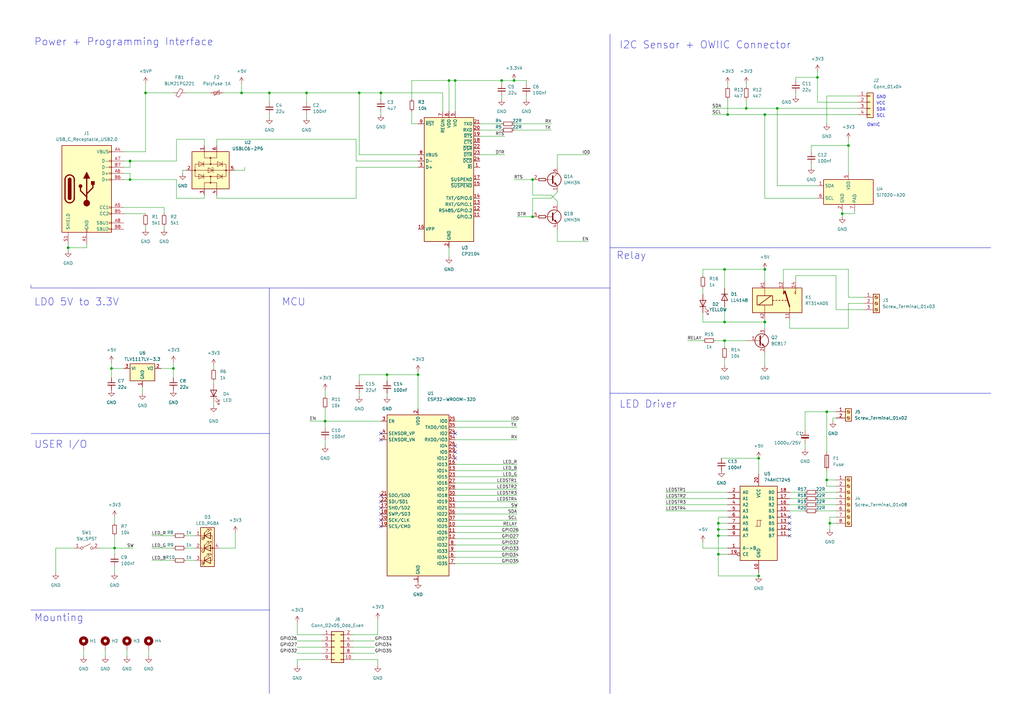
<source format=kicad_sch>
(kicad_sch (version 20230121) (generator eeschema)
  (paper "A3")
  (title_block (title "esp32 iot board") (date "2023-12-14") (rev "1.0") (company "By Nikolaj Gliese"))
  (junction (at 313.69 132.08))
  (junction (at 110.49 38.1))
  (junction (at 99.06 38.1))
  (junction (at 125.73 38.1))
  (junction (at 205.74 33.02))
  (junction (at 313.69 46.99))
  (junction (at 313.69 110.49))
  (junction (at 306.07 44.45))
  (junction (at 340.36 214.63))
  (junction (at 339.09 196.85))
  (junction (at 45.72 151.13))
  (junction (at 186.69 33.02))
  (junction (at 158.75 153.67))
  (junction (at 311.15 236.22))
  (junction (at 53.34 66.04))
  (junction (at 133.35 172.72))
  (junction (at 297.18 110.49))
  (junction (at 298.45 46.99))
  (junction (at 335.28 31.75))
  (junction (at 297.18 139.7))
  (junction (at 147.32 38.1))
  (junction (at 294.64 227.33))
  (junction (at 297.18 132.08))
  (junction (at 339.09 168.91))
  (junction (at 318.77 44.45))
  (junction (at 156.21 38.1))
  (junction (at 294.64 214.63))
  (junction (at 171.45 153.67))
  (junction (at 27.94 101.6))
  (junction (at 184.15 33.02))
  (junction (at 71.12 151.13))
  (junction (at 311.15 187.96))
  (junction (at 59.69 38.1))
  (junction (at 53.34 73.66))
  (junction (at 46.99 224.79))
  (junction (at 347.98 59.69))
  (junction (at 294.64 217.17))
  (junction (at 345.44 87.63))
  (junction (at 218.44 73.66))
  (junction (at 210.82 33.02))
  (junction (at 294.64 219.71))
  (junction (at 218.44 88.9))
  (no_connect (at 186.69 187.96))
  (no_connect (at 323.85 214.63))
  (no_connect (at 186.69 177.8))
  (no_connect (at 186.69 182.88))
  (no_connect (at 323.85 219.71))
  (no_connect (at 156.21 208.28))
  (no_connect (at 156.21 215.9))
  (no_connect (at 156.21 210.82))
  (no_connect (at 323.85 212.09))
  (no_connect (at 156.21 180.34))
  (no_connect (at 156.21 213.36))
  (no_connect (at 186.69 185.42))
  (no_connect (at 156.21 203.2))
  (no_connect (at 156.21 177.8))
  (no_connect (at 323.85 217.17))
  (no_connect (at 156.21 205.74))
  (polyline (pts (xy 110.49 177.8) (xy 110.49 284.48)))
  (wire (pts (xy 184.15 101.6) (xy 184.15 105.41)))
  (wire (pts (xy 125.73 38.1) (xy 147.32 38.1)))
  (wire (pts (xy 205.74 33.02) (xy 186.69 33.02)))
  (wire (pts (xy 321.31 115.57) (xy 321.31 110.49)))
  (wire (pts (xy 132.08 270.51) (xy 121.92 270.51)))
  (wire (pts (xy 210.82 50.8) (xy 226.06 50.8)))
  (wire (pts (xy 306.07 44.45) (xy 318.77 44.45)))
  (wire (pts (xy 67.31 92.71) (xy 67.31 93.98)))
  (wire (pts (xy 110.49 46.99) (xy 110.49 48.26)))
  (wire (pts (xy 186.69 210.82) (xy 212.09 210.82)))
  (wire (pts (xy 59.69 34.29) (xy 59.69 38.1)))
  (wire (pts (xy 342.9 212.09) (xy 340.36 212.09)))
  (wire (pts (xy 298.45 219.71) (xy 294.64 219.71)))
  (wire (pts (xy 87.63 157.48) (xy 87.63 156.21)))
  (wire (pts (xy 205.74 33.02) (xy 210.82 33.02)))
  (polyline (pts (xy 12.7 177.8) (xy 110.49 177.8)))
  (wire (pts (xy 133.35 160.02) (xy 133.35 162.56)))
  (wire (pts (xy 297.18 125.73) (xy 297.18 132.08)))
  (wire (pts (xy 62.23 224.79) (xy 71.12 224.79)))
  (wire (pts (xy 311.15 187.96) (xy 311.15 194.31)))
  (wire (pts (xy 171.45 152.4) (xy 171.45 153.67)))
  (wire (pts (xy 196.85 63.5) (xy 207.01 63.5)))
  (wire (pts (xy 27.94 100.33) (xy 27.94 101.6)))
  (wire (pts (xy 110.49 38.1) (xy 125.73 38.1)))
  (wire (pts (xy 212.09 198.12) (xy 186.69 198.12)))
  (wire (pts (xy 339.09 39.37) (xy 339.09 50.8)))
  (wire (pts (xy 228.6 93.98) (xy 228.6 99.06)))
  (wire (pts (xy 72.39 57.15) (xy 83.82 57.15)))
  (wire (pts (xy 99.06 34.29) (xy 99.06 38.1)))
  (wire (pts (xy 298.45 40.64) (xy 298.45 46.99)))
  (wire (pts (xy 133.35 172.72) (xy 133.35 175.26)))
  (wire (pts (xy 335.28 204.47) (xy 342.9 204.47)))
  (wire (pts (xy 298.45 227.33) (xy 294.64 227.33)))
  (wire (pts (xy 342.9 127) (xy 354.33 127)))
  (wire (pts (xy 332.74 59.69) (xy 347.98 59.69)))
  (wire (pts (xy 45.72 148.59) (xy 45.72 151.13)))
  (wire (pts (xy 298.45 217.17) (xy 294.64 217.17)))
  (wire (pts (xy 210.82 73.66) (xy 218.44 73.66)))
  (wire (pts (xy 71.12 151.13) (xy 71.12 154.94)))
  (wire (pts (xy 330.2 181.61) (xy 330.2 184.15)))
  (wire (pts (xy 50.8 62.23) (xy 59.69 62.23)))
  (wire (pts (xy 110.49 38.1) (xy 110.49 41.91)))
  (wire (pts (xy 186.69 180.34) (xy 212.09 180.34)))
  (wire (pts (xy 196.85 55.88) (xy 207.01 55.88)))
  (wire (pts (xy 72.39 81.28) (xy 83.82 81.28)))
  (wire (pts (xy 186.69 175.26) (xy 212.09 175.26)))
  (wire (pts (xy 132.08 260.35) (xy 121.92 260.35)))
  (wire (pts (xy 59.69 38.1) (xy 59.69 62.23)))
  (wire (pts (xy 154.94 254) (xy 154.94 260.35)))
  (wire (pts (xy 297.18 110.49) (xy 313.69 110.49)))
  (wire (pts (xy 196.85 53.34) (xy 205.74 53.34)))
  (wire (pts (xy 88.9 57.15) (xy 146.05 57.15)))
  (wire (pts (xy 88.9 59.69) (xy 88.9 57.15)))
  (wire (pts (xy 326.39 115.57) (xy 326.39 113.03)))
  (wire (pts (xy 156.21 45.72) (xy 156.21 46.99)))
  (wire (pts (xy 158.75 161.29) (xy 158.75 162.56)))
  (wire (pts (xy 132.08 262.89) (xy 121.92 262.89)))
  (wire (pts (xy 35.56 100.33) (xy 35.56 101.6)))
  (wire (pts (xy 347.98 121.92) (xy 354.33 121.92)))
  (wire (pts (xy 146.05 68.58) (xy 171.45 68.58)))
  (wire (pts (xy 323.85 207.01) (xy 330.2 207.01)))
  (wire (pts (xy 46.99 219.71) (xy 46.99 224.79)))
  (wire (pts (xy 218.44 73.66) (xy 218.44 80.01)))
  (wire (pts (xy 318.77 44.45) (xy 351.79 44.45)))
  (wire (pts (xy 147.32 161.29) (xy 147.32 162.56)))
  (wire (pts (xy 96.52 69.85) (xy 100.33 69.85)))
  (wire (pts (xy 292.1 46.99) (xy 298.45 46.99)))
  (wire (pts (xy 147.32 38.1) (xy 147.32 63.5)))
  (wire (pts (xy 71.12 148.59) (xy 71.12 151.13)))
  (wire (pts (xy 171.45 63.5) (xy 147.32 63.5)))
  (wire (pts (xy 186.69 228.6) (xy 212.09 228.6)))
  (wire (pts (xy 133.35 180.34) (xy 133.35 182.88)))
  (wire (pts (xy 127 172.72) (xy 133.35 172.72)))
  (wire (pts (xy 281.94 139.7) (xy 288.29 139.7)))
  (wire (pts (xy 144.78 270.51) (xy 154.94 270.51)))
  (polyline (pts (xy 250.19 118.11) (xy 12.7 118.11)))
  (wire (pts (xy 215.9 33.02) (xy 215.9 34.29)))
  (wire (pts (xy 326.39 31.75) (xy 335.28 31.75)))
  (wire (pts (xy 228.6 78.74) (xy 226.06 81.28)))
  (polyline (pts (xy 12.7 116.84) (xy 12.7 118.11)))
  (wire (pts (xy 228.6 68.58) (xy 228.6 63.5)))
  (wire (pts (xy 62.23 229.87) (xy 71.12 229.87)))
  (wire (pts (xy 228.6 99.06) (xy 241.3 99.06)))
  (wire (pts (xy 288.29 118.11) (xy 288.29 120.65)))
  (wire (pts (xy 318.77 76.2) (xy 318.77 44.45)))
  (wire (pts (xy 330.2 176.53) (xy 330.2 168.91)))
  (wire (pts (xy 311.15 236.22) (xy 311.15 234.95)))
  (wire (pts (xy 186.69 226.06) (xy 212.09 226.06)))
  (wire (pts (xy 53.34 66.04) (xy 72.39 66.04)))
  (wire (pts (xy 184.15 33.02) (xy 186.69 33.02)))
  (wire (pts (xy 156.21 38.1) (xy 156.21 40.64)))
  (wire (pts (xy 298.45 224.79) (xy 288.29 224.79)))
  (wire (pts (xy 22.86 224.79) (xy 22.86 234.95)))
  (wire (pts (xy 335.28 76.2) (xy 318.77 76.2)))
  (wire (pts (xy 50.8 73.66) (xy 53.34 73.66)))
  (wire (pts (xy 96.52 218.44) (xy 96.52 224.79)))
  (wire (pts (xy 288.29 110.49) (xy 297.18 110.49)))
  (wire (pts (xy 146.05 66.04) (xy 171.45 66.04)))
  (wire (pts (xy 186.69 231.14) (xy 212.09 231.14)))
  (wire (pts (xy 91.44 38.1) (xy 99.06 38.1)))
  (wire (pts (xy 186.69 190.5) (xy 212.09 190.5)))
  (wire (pts (xy 212.09 200.66) (xy 186.69 200.66)))
  (wire (pts (xy 100.33 68.58) (xy 100.33 69.85)))
  (wire (pts (xy 342.9 113.03) (xy 342.9 127)))
  (wire (pts (xy 50.8 151.13) (xy 45.72 151.13)))
  (wire (pts (xy 76.2 69.85) (xy 74.93 69.85)))
  (wire (pts (xy 347.98 59.69) (xy 347.98 71.12)))
  (wire (pts (xy 293.37 139.7) (xy 297.18 139.7)))
  (wire (pts (xy 288.29 132.08) (xy 297.18 132.08)))
  (wire (pts (xy 294.64 236.22) (xy 311.15 236.22)))
  (wire (pts (xy 46.99 224.79) (xy 54.61 224.79)))
  (wire (pts (xy 335.28 81.28) (xy 313.69 81.28)))
  (wire (pts (xy 88.9 80.01) (xy 88.9 81.28)))
  (wire (pts (xy 133.35 167.64) (xy 133.35 172.72)))
  (wire (pts (xy 306.07 40.64) (xy 306.07 44.45)))
  (wire (pts (xy 181.61 45.72) (xy 181.61 38.1)))
  (wire (pts (xy 292.1 44.45) (xy 306.07 44.45)))
  (wire (pts (xy 60.96 266.7) (xy 60.96 269.24)))
  (wire (pts (xy 210.82 33.02) (xy 215.9 33.02)))
  (wire (pts (xy 313.69 110.49) (xy 313.69 115.57)))
  (wire (pts (xy 147.32 153.67) (xy 158.75 153.67)))
  (wire (pts (xy 294.64 212.09) (xy 294.64 214.63)))
  (wire (pts (xy 196.85 50.8) (xy 205.74 50.8)))
  (wire (pts (xy 294.64 219.71) (xy 294.64 227.33)))
  (wire (pts (xy 297.18 110.49) (xy 297.18 118.11)))
  (wire (pts (xy 53.34 73.66) (xy 53.34 71.12)))
  (wire (pts (xy 43.18 266.7) (xy 43.18 269.24)))
  (wire (pts (xy 210.82 53.34) (xy 226.06 53.34)))
  (wire (pts (xy 76.2 224.79) (xy 80.01 224.79)))
  (wire (pts (xy 132.08 265.43) (xy 121.92 265.43)))
  (wire (pts (xy 273.05 201.93) (xy 298.45 201.93)))
  (wire (pts (xy 186.69 193.04) (xy 212.09 193.04)))
  (wire (pts (xy 144.78 267.97) (xy 153.67 267.97)))
  (wire (pts (xy 218.44 80.01) (xy 226.06 80.01)))
  (wire (pts (xy 273.05 204.47) (xy 298.45 204.47)))
  (wire (pts (xy 144.78 265.43) (xy 153.67 265.43)))
  (wire (pts (xy 83.82 57.15) (xy 83.82 59.69)))
  (wire (pts (xy 45.72 151.13) (xy 45.72 154.94)))
  (wire (pts (xy 341.63 171.45) (xy 341.63 172.72)))
  (wire (pts (xy 27.94 101.6) (xy 27.94 102.87)))
  (wire (pts (xy 339.09 196.85) (xy 339.09 193.04)))
  (wire (pts (xy 228.6 63.5) (xy 241.3 63.5)))
  (wire (pts (xy 125.73 38.1) (xy 125.73 41.91)))
  (polyline (pts (xy 250.19 101.6) (xy 406.4 101.6)))
  (wire (pts (xy 339.09 168.91) (xy 339.09 185.42)))
  (wire (pts (xy 342.9 199.39) (xy 339.09 199.39)))
  (wire (pts (xy 332.74 67.31) (xy 332.74 68.58)))
  (wire (pts (xy 351.79 41.91) (xy 335.28 41.91)))
  (wire (pts (xy 50.8 87.63) (xy 59.69 87.63)))
  (wire (pts (xy 146.05 81.28) (xy 146.05 68.58)))
  (wire (pts (xy 323.85 130.81) (xy 323.85 134.62)))
  (wire (pts (xy 144.78 260.35) (xy 154.94 260.35)))
  (wire (pts (xy 294.64 217.17) (xy 294.64 219.71)))
  (wire (pts (xy 323.85 204.47) (xy 330.2 204.47)))
  (wire (pts (xy 306.07 34.29) (xy 306.07 35.56)))
  (wire (pts (xy 297.18 139.7) (xy 306.07 139.7)))
  (wire (pts (xy 184.15 33.02) (xy 184.15 45.72)))
  (wire (pts (xy 205.74 33.02) (xy 205.74 34.29)))
  (wire (pts (xy 146.05 57.15) (xy 146.05 66.04)))
  (wire (pts (xy 186.69 220.98) (xy 212.09 220.98)))
  (wire (pts (xy 350.52 86.36) (xy 350.52 87.63)))
  (wire (pts (xy 294.64 214.63) (xy 294.64 217.17)))
  (wire (pts (xy 156.21 38.1) (xy 181.61 38.1)))
  (wire (pts (xy 74.93 69.85) (xy 74.93 71.12)))
  (wire (pts (xy 147.32 156.21) (xy 147.32 153.67)))
  (wire (pts (xy 347.98 124.46) (xy 354.33 124.46)))
  (wire (pts (xy 294.64 227.33) (xy 294.64 236.22)))
  (wire (pts (xy 76.2 38.1) (xy 86.36 38.1)))
  (wire (pts (xy 121.92 255.27) (xy 121.92 260.35)))
  (wire (pts (xy 90.17 224.79) (xy 96.52 224.79)))
  (wire (pts (xy 228.6 82.55) (xy 228.6 83.82)))
  (wire (pts (xy 340.36 214.63) (xy 342.9 214.63)))
  (polyline (pts (xy 12.7 250.19) (xy 110.49 250.19)))
  (wire (pts (xy 72.39 66.04) (xy 72.39 57.15)))
  (polyline (pts (xy 250.19 118.11) (xy 250.19 284.48)))
  (wire (pts (xy 186.69 33.02) (xy 186.69 45.72)))
  (wire (pts (xy 186.69 213.36) (xy 212.09 213.36)))
  (polyline (pts (xy 110.49 118.11) (xy 110.49 177.8)))
  (wire (pts (xy 218.44 81.28) (xy 218.44 88.9)))
  (wire (pts (xy 87.63 149.86) (xy 87.63 151.13)))
  (wire (pts (xy 154.94 270.51) (xy 154.94 273.05)))
  (wire (pts (xy 212.09 203.2) (xy 186.69 203.2)))
  (wire (pts (xy 313.69 130.81) (xy 313.69 132.08)))
  (wire (pts (xy 335.28 201.93) (xy 342.9 201.93)))
  (wire (pts (xy 215.9 39.37) (xy 215.9 40.64)))
  (wire (pts (xy 288.29 224.79) (xy 288.29 222.25)))
  (wire (pts (xy 186.69 172.72) (xy 212.09 172.72)))
  (wire (pts (xy 186.69 195.58) (xy 212.09 195.58)))
  (wire (pts (xy 66.04 151.13) (xy 71.12 151.13)))
  (wire (pts (xy 72.39 73.66) (xy 72.39 81.28)))
  (wire (pts (xy 335.28 209.55) (xy 342.9 209.55)))
  (polyline (pts (xy 250.19 161.29) (xy 406.4 161.29)))
  (wire (pts (xy 186.69 208.28) (xy 212.09 208.28)))
  (wire (pts (xy 313.69 46.99) (xy 351.79 46.99)))
  (wire (pts (xy 121.92 270.51) (xy 121.92 273.05)))
  (wire (pts (xy 342.9 168.91) (xy 339.09 168.91)))
  (wire (pts (xy 27.94 101.6) (xy 35.56 101.6)))
  (wire (pts (xy 88.9 81.28) (xy 146.05 81.28)))
  (wire (pts (xy 340.36 212.09) (xy 340.36 214.63)))
  (wire (pts (xy 30.48 224.79) (xy 22.86 224.79)))
  (wire (pts (xy 321.31 110.49) (xy 347.98 110.49)))
  (wire (pts (xy 53.34 71.12) (xy 50.8 71.12)))
  (wire (pts (xy 226.06 80.01) (xy 228.6 82.55)))
  (wire (pts (xy 53.34 66.04) (xy 50.8 66.04)))
  (wire (pts (xy 53.34 68.58) (xy 53.34 66.04)))
  (wire (pts (xy 323.85 201.93) (xy 330.2 201.93)))
  (wire (pts (xy 313.69 81.28) (xy 313.69 46.99)))
  (wire (pts (xy 335.28 207.01) (xy 342.9 207.01)))
  (wire (pts (xy 288.29 128.27) (xy 288.29 132.08)))
  (wire (pts (xy 330.2 168.91) (xy 339.09 168.91)))
  (wire (pts (xy 186.69 215.9) (xy 212.09 215.9)))
  (wire (pts (xy 62.23 219.71) (xy 71.12 219.71)))
  (wire (pts (xy 132.08 267.97) (xy 121.92 267.97)))
  (wire (pts (xy 168.91 45.72) (xy 168.91 50.8)))
  (wire (pts (xy 297.18 147.32) (xy 297.18 149.86)))
  (wire (pts (xy 59.69 92.71) (xy 59.69 93.98)))
  (wire (pts (xy 76.2 229.87) (xy 80.01 229.87)))
  (wire (pts (xy 34.29 266.7) (xy 34.29 269.24)))
  (wire (pts (xy 347.98 134.62) (xy 347.98 124.46)))
  (wire (pts (xy 58.42 158.75) (xy 58.42 161.29)))
  (wire (pts (xy 52.07 266.7) (xy 52.07 269.24)))
  (wire (pts (xy 50.8 85.09) (xy 67.31 85.09)))
  (polyline (pts (xy 250.19 13.97) (xy 250.19 118.11)))
  (wire (pts (xy 99.06 38.1) (xy 110.49 38.1)))
  (wire (pts (xy 350.52 87.63) (xy 345.44 87.63)))
  (wire (pts (xy 298.45 212.09) (xy 294.64 212.09)))
  (wire (pts (xy 46.99 232.41) (xy 46.99 234.95)))
  (wire (pts (xy 347.98 110.49) (xy 347.98 121.92)))
  (wire (pts (xy 326.39 113.03) (xy 342.9 113.03)))
  (wire (pts (xy 335.28 31.75) (xy 335.28 41.91)))
  (wire (pts (xy 335.28 29.21) (xy 335.28 31.75)))
  (wire (pts (xy 326.39 38.1) (xy 326.39 39.37)))
  (wire (pts (xy 339.09 199.39) (xy 339.09 196.85)))
  (wire (pts (xy 83.82 81.28) (xy 83.82 80.01)))
  (wire (pts (xy 144.78 262.89) (xy 153.67 262.89)))
  (wire (pts (xy 340.36 214.63) (xy 340.36 217.17)))
  (wire (pts (xy 313.69 144.78) (xy 313.69 149.86)))
  (wire (pts (xy 133.35 172.72) (xy 156.21 172.72)))
  (wire (pts (xy 313.69 132.08) (xy 313.69 134.62)))
  (wire (pts (xy 342.9 196.85) (xy 339.09 196.85)))
  (wire (pts (xy 345.44 86.36) (xy 345.44 87.63)))
  (wire (pts (xy 46.99 224.79) (xy 46.99 227.33)))
  (wire (pts (xy 297.18 139.7) (xy 297.18 142.24)))
  (wire (pts (xy 332.74 62.23) (xy 332.74 59.69)))
  (wire (pts (xy 59.69 38.1) (xy 71.12 38.1)))
  (wire (pts (xy 298.45 214.63) (xy 294.64 214.63)))
  (wire (pts (xy 288.29 110.49) (xy 288.29 113.03)))
  (wire (pts (xy 50.8 68.58) (xy 53.34 68.58)))
  (wire (pts (xy 147.32 38.1) (xy 156.21 38.1)))
  (wire (pts (xy 323.85 209.55) (xy 330.2 209.55)))
  (wire (pts (xy 298.45 34.29) (xy 298.45 35.56)))
  (wire (pts (xy 53.34 73.66) (xy 72.39 73.66)))
  (wire (pts (xy 297.18 132.08) (xy 313.69 132.08)))
  (wire (pts (xy 168.91 33.02) (xy 184.15 33.02)))
  (wire (pts (xy 205.74 39.37) (xy 205.74 40.64)))
  (wire (pts (xy 273.05 209.55) (xy 298.45 209.55)))
  (wire (pts (xy 218.44 81.28) (xy 226.06 81.28)))
  (wire (pts (xy 212.09 205.74) (xy 186.69 205.74)))
  (wire (pts (xy 323.85 134.62) (xy 347.98 134.62)))
  (wire (pts (xy 186.69 218.44) (xy 212.09 218.44)))
  (wire (pts (xy 295.91 187.96) (xy 311.15 187.96)))
  (wire (pts (xy 326.39 33.02) (xy 326.39 31.75)))
  (wire (pts (xy 87.63 165.1) (xy 87.63 166.37)))
  (wire (pts (xy 171.45 153.67) (xy 171.45 167.64)))
  (wire (pts (xy 345.44 87.63) (xy 345.44 88.9)))
  (wire (pts (xy 158.75 153.67) (xy 158.75 156.21)))
  (wire (pts (xy 273.05 207.01) (xy 298.45 207.01)))
  (wire (pts (xy 347.98 57.15) (xy 347.98 59.69)))
  (wire (pts (xy 168.91 50.8) (xy 171.45 50.8)))
  (wire (pts (xy 212.09 88.9) (xy 218.44 88.9)))
  (wire (pts (xy 158.75 153.67) (xy 171.45 153.67)))
  (wire (pts (xy 168.91 40.64) (xy 168.91 33.02)))
  (wire (pts (xy 46.99 212.09) (xy 46.99 214.63)))
  (wire (pts (xy 339.09 39.37) (xy 351.79 39.37)))
  (wire (pts (xy 125.73 46.99) (xy 125.73 48.26)))
  (wire (pts (xy 67.31 85.09) (xy 67.31 87.63)))
  (wire (pts (xy 76.2 219.71) (xy 80.01 219.71)))
  (wire (pts (xy 186.69 223.52) (xy 212.09 223.52)))
  (wire (pts (xy 40.64 224.79) (xy 46.99 224.79)))
  (wire (pts (xy 298.45 46.99) (xy 313.69 46.99)))
  (wire (pts (xy 342.9 171.45) (xy 341.63 171.45)))
  (text "Mounting" (at 13.97 255.27 0) (effects (font (size 3 3)) (justify left bottom)))
  (text "GND" (at 359.41 40.64 0) (effects (font (size 1.27 1.27)) (justify left bottom)))
  (text "LD0 5V to 3.3V" (at 13.97 125.73 0) (effects (font (size 3 3)) (justify left bottom)))
  (text "VCC" (at 359.41 43.18 0) (effects (font (size 1.27 1.27)) (justify left bottom)))
  (text "OWIIC" (at 355.6 52.07 0) (effects (font (size 1.27 1.27)) (justify left bottom)))
  (text "Relay" (at 252.73 106.68 0) (effects (font (size 3 3)) (justify left bottom)))
  (text "Power + Programming Interface" (at 13.97 19.05 0) (effects (font (size 3 3)) (justify left bottom)))
  (text "I2C Sensor + OWIIC Connector" (at 254 20.32 0) (effects (font (size 3 3)) (justify left bottom)))
  (text "SCL" (at 359.41 48.26 0) (effects (font (size 1.27 1.27)) (justify left bottom)))
  (text "SDA" (at 359.41 45.72 0) (effects (font (size 1.27 1.27)) (justify left bottom)))
  (text "MCU" (at 115.57 125.73 0) (effects (font (size 3 3)) (justify left bottom)))
  (text "USER I/O" (at 13.97 184.15 0) (effects (font (size 3 3)) (justify left bottom)))
  (text "LED Driver" (at 254 167.64 0) (effects (font (size 3 3)) (justify left bottom)))
  (label "RTS" (at 210.82 73.66 0))
  (label "LEDSTR2" (at 212.09 200.66 180))
  (label "LEDSTR2" (at 273.05 204.47 0))
  (label "LEDSTR4" (at 212.09 205.74 180))
  (label "RELAY" (at 281.94 139.7 0))
  (label "SW" (at 209.55 208.28 0))
  (label "GPIO32" (at 121.92 267.97 180))
  (label "LED_G" (at 212.09 195.58 180))
  (label "GPIO34" (at 153.67 265.43 0))
  (label "LED_R" (at 212.09 190.5 180))
  (label "GPIO32" (at 205.74 223.52 0))
  (label "DTR" (at 203.2 63.5 0))
  (label "LED_B" (at 212.09 193.04 180))
  (label "RX" (at 209.55 180.34 0))
  (label "RX" (at 223.52 50.8 0))
  (label "TX" (at 209.55 175.26 0))
  (label "GPIO27" (at 121.92 265.43 180))
  (label "LED_G" (at 62.23 224.79 0))
  (label "DTR" (at 212.09 88.9 0))
  (label "LED_R" (at 62.23 219.71 0))
  (label "EN" (at 127 172.72 0))
  (label "TX" (at 223.52 53.34 0))
  (label "GPIO35" (at 153.67 267.97 0))
  (label "GPIO26" (at 121.92 262.89 180))
  (label "GPIO26" (at 205.74 218.44 0))
  (label "SCL" (at 212.09 213.36 180))
  (label "IO0" (at 209.55 172.72 0))
  (label "EN" (at 238.76 99.06 0))
  (label "GPIO33" (at 153.67 262.89 0))
  (label "GPIO27" (at 205.74 220.98 0))
  (label "LEDSTR1" (at 212.09 198.12 180))
  (label "SDA" (at 212.09 210.82 180))
  (label "GPIO35" (at 205.74 231.14 0))
  (label "LED_B" (at 62.23 229.87 0))
  (label "LEDSTR1" (at 273.05 201.93 0))
  (label "SCL" (at 292.1 46.99 0))
  (label "SDA" (at 292.1 44.45 0))
  (label "SW" (at 52.07 224.79 0))
  (label "RTS" (at 203.2 55.88 0))
  (label "GPIO34" (at 205.74 228.6 0))
  (label "LEDSTR4" (at 273.05 209.55 0))
  (label "IO0" (at 238.76 63.5 0))
  (label "RELAY" (at 212.09 215.9 180))
  (label "LEDSTR3" (at 273.05 207.01 0))
  (label "LEDSTR3" (at 212.09 203.2 180))
  (label "GPIO33" (at 205.74 226.06 0))
  (symbol (lib_id "Device:C_Small") (at 295.91 190.5 0) (unit 1)
    (property "Reference" "C13" (at 298.45 189.2363 0) (effects (justify left)))
    (property "Value" "100nf" (at 298.45 191.7763 0) (effects (justify left)))
    (property "Footprint" "Capacitor_SMD:C_1206_3216Metric" (effects hide))
  )
  (symbol (lib_id "Device:C_Small") (at 125.73 44.45 0) (unit 1)
    (property "Reference" "C2" (at 128.27 43.1863 0) (effects (justify left)))
    (property "Value" "100nf" (at 128.27 45.7263 0) (effects (justify left)))
    (property "Footprint" "Capacitor_SMD:C_1206_3216Metric" (effects hide))
  )
  (symbol (lib_id "power:+3V3") (at 133.35 160.02 0) (unit 1)
    (property "Reference" "#PWR030" (effects hide))
    (property "Value" "+3V3" (at 133.35 154.94 0))
  )
  (symbol (lib_id "Device:C_Small") (at 205.74 36.83 0) (unit 1)
    (property "Reference" "C5" (at 208.28 35.5663 0) (effects (justify left)))
    (property "Value" "22u" (at 208.28 38.1063 0) (effects (justify left)))
    (property "Footprint" "Capacitor_SMD:C_1206_3216Metric" (effects hide))
  )
  (symbol (lib_id "power:GND") (at 341.63 172.72 0) (unit 1)
    (property "Reference" "#PWR047" (effects hide))
    (property "Value" "GND" (at 341.63 177.8 0))
  )
  (symbol (lib_id "power:GND") (at 121.92 273.05 0) (unit 1)
    (property "Reference" "#PWR055" (effects hide))
    (property "Value" "GND" (at 121.92 278.13 0))
  )
  (symbol (lib_id "power:GND") (at 71.12 160.02 0) (unit 1)
    (property "Reference" "#PWR015" (effects hide))
    (property "Value" "GND" (at 71.12 165.1 0))
  )
  (symbol (lib_id "Device:R_Small") (at 208.28 53.34 90) (unit 1)
    (property "Reference" "R5" (at 204.47 52.07 90))
    (property "Value" "22R" (at 212.09 52.07 90))
    (property "Footprint" "Resistor_SMD:R_1206_3216Metric" (effects hide))
  )
  (symbol (lib_id "power:GND") (at 345.44 88.9 0) (unit 1)
    (property "Reference" "#PWR036" (effects hide))
    (property "Value" "GND" (at 345.44 93.98 0))
  )
  (symbol (lib_id "power:GND") (at 27.94 102.87 0) (unit 1)
    (property "Reference" "#PWR01" (effects hide))
    (property "Value" "GND" (at 27.94 107.95 0))
  )
  (symbol (lib_id "Connector_Generic:Conn_01x04") (at 356.87 41.91 0) (unit 1)
    (property "Reference" "J2" (at 358.14 33.02 0) (effects (justify left)))
    (property "Value" "Conn_01x04" (at 358.14 35.56 0) (effects (justify left)))
    (property "Footprint" "Connector_JST:JST_SH_SM04B-SRSS-TB_1x04-1MP_P1.00mm_Horizontal" (effects hide))
  )
  (symbol (lib_id "Transistor_BJT:UMH3N") (at 223.52 73.66 0) (unit 1)
    (property "Reference" "Q1" (at 231.14 72.39 0) (effects (justify left)))
    (property "Value" "UMH3N" (at 231.14 74.93 0) (effects (justify left)))
    (property "Footprint" "Package_TO_SOT_SMD:SOT-363_SC-70-6" (effects hide))
    (property "Datasheet" "http://rohmfs.rohm.com/en/products/databook/datasheet/discrete/transistor/digital/emh3t2r-e.pdf" (effects hide))
  )
  (symbol (lib_id "Device:C_Small") (at 110.49 44.45 0) (unit 1)
    (property "Reference" "C4" (at 113.03 43.1863 0) (effects (justify left)))
    (property "Value" "22u" (at 113.03 45.7263 0) (effects (justify left)))
    (property "Footprint" "Capacitor_SMD:C_1206_3216Metric" (effects hide))
  )
  (symbol (lib_id "power:+3V3") (at 46.99 212.09 0) (unit 1)
    (property "Reference" "#PWR023" (effects hide))
    (property "Value" "+3V3" (at 46.99 207.01 0))
  )
  (symbol (lib_id "power:GND") (at 171.45 238.76 0) (unit 1)
    (property "Reference" "#PWR052" (effects hide))
    (property "Value" "GND" (at 171.45 243.84 0))
  )
  (symbol (lib_id "Device:C_Small") (at 71.12 157.48 0) (unit 1)
    (property "Reference" "C8" (at 73.66 156.2163 0) (effects (justify left)))
    (property "Value" "22u" (at 73.66 158.7563 0) (effects (justify left)))
    (property "Footprint" "Capacitor_SMD:C_1206_3216Metric" (effects hide))
  )
  (symbol (lib_id "power:GND") (at 125.73 48.26 0) (unit 1)
    (property "Reference" "#PWR08" (effects hide))
    (property "Value" "GND" (at 125.73 53.34 0))
  )
  (symbol (lib_id "Diode:LL4148") (at 297.18 121.92 270) (unit 1)
    (property "Reference" "D1" (at 299.72 120.65 90) (effects (justify left)))
    (property "Value" "LL4148" (at 299.72 123.19 90) (effects (justify left)))
    (property "Footprint" "Diode_SMD:D_MiniMELF" (effects hide))
    (property "Datasheet" "http://www.vishay.com/docs/85557/ll4148.pdf" (effects hide))
    (property "Sim.Device" "D" (effects hide))
    (property "Sim.Pins" "1=K 2=A" (effects hide))
  )
  (symbol (lib_id "Device:Fuse") (at 339.09 189.23 0) (unit 1)
    (property "Reference" "F1" (at 341.63 187.96 0) (effects (justify left)))
    (property "Value" "Fuse" (at 341.63 190.5 0) (effects (justify left)))
    (property "Footprint" "Fuse:Fuse_1206_3216Metric_Pad1.42x1.75mm_HandSolder" (effects hide))
  )
  (symbol (lib_id "power:+5V") (at 99.06 34.29 0) (unit 1)
    (property "Reference" "#PWR06" (effects hide))
    (property "Value" "+5V" (at 99.06 29.21 0))
  )
  (symbol (lib_id "Device:R_Small") (at 133.35 165.1 0) (unit 1)
    (property "Reference" "R11" (at 135.89 163.83 0) (effects (justify left)))
    (property "Value" "10k" (at 135.89 166.37 0) (effects (justify left)))
    (property "Footprint" "Resistor_SMD:R_1206_3216Metric" (effects hide))
  )
  (symbol (lib_id "Device:R_Small") (at 332.74 201.93 90) (unit 1)
    (property "Reference" "R17" (at 328.93 200.66 90))
    (property "Value" "22R" (at 336.55 200.66 90))
    (property "Footprint" "Resistor_SMD:R_1206_3216Metric" (effects hide))
  )
  (symbol (lib_id "Device:FerriteBead_Small") (at 73.66 38.1 90) (unit 1)
    (property "Reference" "FB1" (at 73.6219 31.75 90))
    (property "Value" "BLM21PG221" (at 73.6219 34.29 90))
    (property "Footprint" "Inductor_SMD:L_0603_1608Metric_Pad1.05x0.95mm_HandSolder" (effects hide))
  )
  (symbol (lib_id "Device:Polyfuse_Small") (at 88.9 38.1 90) (unit 1)
    (property "Reference" "F2" (at 88.9 31.75 90))
    (property "Value" "Polyfuse 1A" (at 88.9 34.29 90))
    (property "Footprint" "Fuse:Fuse_1206_3216Metric_Pad1.42x1.75mm_HandSolder" (effects hide))
  )
  (symbol (lib_id "Device:R_Small") (at 87.63 153.67 0) (unit 1)
    (property "Reference" "R6" (at 90.17 152.4 0) (effects (justify left)))
    (property "Value" "1k" (at 90.17 154.94 0) (effects (justify left)))
    (property "Footprint" "Resistor_SMD:R_1206_3216Metric" (effects hide))
  )
  (symbol (lib_id "Device:R_Small") (at 290.83 139.7 90) (unit 1)
    (property "Reference" "R15" (at 290.83 137.16 90))
    (property "Value" "1k" (at 290.83 142.24 90))
    (property "Footprint" "Resistor_SMD:R_1206_3216Metric" (effects hide))
  )
  (symbol (lib_id "Device:R_Small") (at 73.66 219.71 90) (unit 1)
    (property "Reference" "R8" (at 69.85 218.44 90))
    (property "Value" "1k" (at 77.47 218.44 90))
    (property "Footprint" "Resistor_SMD:R_1206_3216Metric" (effects hide))
  )
  (symbol (lib_id "power:GND") (at 340.36 217.17 0) (unit 1)
    (property "Reference" "#PWR046" (effects hide))
    (property "Value" "GND" (at 340.36 222.25 0))
  )
  (symbol (lib_id "Device:C_Small") (at 158.75 158.75 0) (unit 1)
    (property "Reference" "C14" (at 161.29 157.4863 0) (effects (justify left)))
    (property "Value" "100nf" (at 161.29 160.0263 0) (effects (justify left)))
    (property "Footprint" "Capacitor_SMD:C_1206_3216Metric" (effects hide))
  )
  (symbol (lib_id "power:GND") (at 332.74 68.58 0) (unit 1)
    (property "Reference" "#PWR035" (effects hide))
    (property "Value" "GND" (at 332.74 73.66 0))
  )
  (symbol (lib_id "Mechanical:MountingHole_Pad") (at 60.96 264.16 0) (unit 1)
    (property "Reference" "H4" (at 63.5 262.89 0) (effects (justify left)))
    (property "Value" "MountingHole_Pad" (effects hide))
    (property "Footprint" "MountingHole:MountingHole_3.2mm_M3_Pad_Via" (effects hide))
  )
  (symbol (lib_id "Device:LED") (at 87.63 161.29 90) (unit 1)
    (property "Reference" "D4" (at 91.44 161.6075 90) (effects (justify right)))
    (property "Value" "LED" (at 91.44 164.1475 90) (effects (justify right)))
    (property "Footprint" "LED_SMD:LED_1206_3216Metric" (effects hide))
  )
  (symbol (lib_id "Sensor_Humidity:Si7020-A20") (at 347.98 78.74 0) (unit 1)
    (property "Reference" "U4" (at 359.41 77.47 0) (effects (justify left)))
    (property "Value" "Si7020-A20" (at 359.41 80.01 0) (effects (justify left)))
    (property "Footprint" "Package_DFN_QFN:DFN-6-1EP_3x3mm_P1mm_EP1.5x2.4mm" (effects hide))
    (property "Datasheet" "https://www.silabs.com/documents/public/data-sheets/Si7020-A20.pdf" (effects hide))
  )
  (symbol (lib_id "Device:C_Small") (at 215.9 36.83 0) (unit 1)
    (property "Reference" "C6" (at 218.44 35.5663 0) (effects (justify left)))
    (property "Value" "100nf" (at 218.44 38.1063 0) (effects (justify left)))
    (property "Footprint" "Capacitor_SMD:C_1206_3216Metric" (effects hide))
  )
  (symbol (lib_id "Mechanical:MountingHole_Pad") (at 52.07 264.16 0) (unit 1)
    (property "Reference" "H3" (at 54.61 262.89 0) (effects (justify left)))
    (property "Value" "MountingHole_Pad" (effects hide))
    (property "Footprint" "MountingHole:MountingHole_3.2mm_M3_Pad_Via" (effects hide))
  )
  (symbol (lib_id "Device:R_Small") (at 306.07 38.1 0) (unit 1)
    (property "Reference" "R12" (at 308.61 36.83 0) (effects (justify left)))
    (property "Value" "4k7" (at 308.61 39.37 0) (effects (justify left)))
    (property "Footprint" "Resistor_SMD:R_1206_3216Metric" (effects hide))
  )
  (symbol (lib_id "Device:R_Small") (at 73.66 229.87 90) (unit 1)
    (property "Reference" "R10" (at 69.85 228.6 90))
    (property "Value" "1k" (at 77.47 228.6 90))
    (property "Footprint" "Resistor_SMD:R_1206_3216Metric" (effects hide))
  )
  (symbol (lib_id "Switch:SW_SPST") (at 35.56 224.79 0) (unit 1)
    (property "Reference" "SW1" (at 35.56 218.44 0))
    (property "Value" "SW_SPST" (at 35.56 220.98 0))
    (property "Footprint" "Button_Switch_SMD:SW_Push_1P1T_NO_6x6mm_H9.5mm" (effects hide))
  )
  (symbol (lib_id "power:GND") (at 46.99 234.95 0) (unit 1)
    (property "Reference" "#PWR022" (effects hide))
    (property "Value" "GND" (at 46.99 240.03 0))
  )
  (symbol (lib_id "Device:R_Small") (at 46.99 217.17 0) (unit 1)
    (property "Reference" "R7" (at 49.53 215.9 0) (effects (justify left)))
    (property "Value" "10k" (at 49.53 218.44 0) (effects (justify left)))
    (property "Footprint" "Resistor_SMD:R_1206_3216Metric" (effects hide))
  )
  (symbol (lib_id "power:GND") (at 156.21 46.99 0) (unit 1)
    (property "Reference" "#PWR09" (effects hide))
    (property "Value" "GND" (at 156.21 52.07 0))
  )
  (symbol (lib_id "power:GND") (at 339.09 50.8 0) (unit 1)
    (property "Reference" "#PWR029" (effects hide))
    (property "Value" "GND" (at 339.09 55.88 0))
  )
  (symbol (lib_id "power:+3V3") (at 87.63 149.86 0) (unit 1)
    (property "Reference" "#PWR019" (effects hide))
    (property "Value" "+3V3" (at 87.63 144.78 0))
  )
  (symbol (lib_id "power:+5V") (at 311.15 187.96 0) (unit 1)
    (property "Reference" "#PWR042" (effects hide))
    (property "Value" "+5V" (at 311.15 182.88 0))
  )
  (symbol (lib_id "Device:C_Small") (at 332.74 64.77 0) (unit 1)
    (property "Reference" "C12" (at 335.28 63.5063 0) (effects (justify left)))
    (property "Value" "100nf" (at 335.28 66.0463 0) (effects (justify left)))
    (property "Footprint" "Capacitor_SMD:C_1206_3216Metric" (effects hide))
  )
  (symbol (lib_id "power:GND") (at 326.39 39.37 0) (unit 1)
    (property "Reference" "#PWR033" (effects hide))
    (property "Value" "GND" (at 322.58 41.91 0))
  )
  (symbol (lib_id "power:+3V3") (at 71.12 148.59 0) (unit 1)
    (property "Reference" "#PWR018" (effects hide))
    (property "Value" "+3V3" (at 71.12 143.51 0))
  )
  (symbol (lib_id "Device:C_Polarized_Small") (at 330.2 179.07 0) (unit 1)
    (property "Reference" "C1" (at 326.39 177.8 0) (effects (justify left)))
    (property "Value" "1000u/25V" (at 317.5 181.61 0) (effects (justify left)))
    (property "Footprint" "Capacitor_THT:C_Radial_D10.0mm_H12.5mm_P5.00mm" (effects hide))
  )
  (symbol (lib_id "power:GND") (at 330.2 184.15 0) (unit 1)
    (property "Reference" "#PWR048" (effects hide))
    (property "Value" "GND" (at 330.2 189.23 0))
  )
  (symbol (lib_id "power:GND") (at 147.32 162.56 0) (unit 1)
    (property "Reference" "#PWR051" (effects hide))
    (property "Value" "GND" (at 147.32 167.64 0))
  )
  (symbol (lib_id "power:GND") (at 59.69 93.98 0) (unit 1)
    (property "Reference" "#PWR02" (effects hide))
    (property "Value" "GND" (at 59.69 99.06 0))
  )
  (symbol (lib_id "power:GND") (at 297.18 149.86 0) (unit 1)
    (property "Reference" "#PWR040" (effects hide))
    (property "Value" "GND" (at 297.18 154.94 0))
  )
  (symbol (lib_id "Device:R_Small") (at 67.31 90.17 0) (unit 1)
    (property "Reference" "R2" (at 69.85 88.9 0) (effects (justify left)))
    (property "Value" "5k1" (at 69.85 91.44 0) (effects (justify left)))
    (property "Footprint" "Resistor_SMD:R_1206_3216Metric" (effects hide))
  )
  (symbol (lib_id "power:GND") (at 34.29 269.24 0) (unit 1)
    (property "Reference" "#PWR025" (effects hide))
    (property "Value" "GND" (at 34.29 274.32 0))
  )
  (symbol (lib_id "power:GND") (at 205.74 40.64 0) (unit 1)
    (property "Reference" "#PWR010" (effects hide))
    (property "Value" "GND" (at 205.74 45.72 0))
  )
  (symbol (lib_id "power:GND") (at 184.15 105.41 0) (unit 1)
    (property "Reference" "#PWR013" (effects hide))
    (property "Value" "GND" (at 184.15 110.49 0))
  )
  (symbol (lib_id "power:GND") (at 313.69 149.86 0) (unit 1)
    (property "Reference" "#PWR039" (effects hide))
    (property "Value" "GND" (at 313.69 154.94 0))
  )
  (symbol (lib_id "Device:R_Small") (at 59.69 90.17 0) (unit 1)
    (property "Reference" "R1" (at 62.23 88.9 0) (effects (justify left)))
    (property "Value" "5k1" (at 62.23 91.44 0) (effects (justify left)))
    (property "Footprint" "Resistor_SMD:R_1206_3216Metric" (effects hide))
  )
  (symbol (lib_id "Connector:Screw_Terminal_01x08") (at 347.98 204.47 0) (unit 1)
    (property "Reference" "J4" (at 350.52 204.47 0) (effects (justify left)))
    (property "Value" "Screw_Terminal_01x08" (at 350.52 207.01 0) (effects (justify left)))
    (property "Footprint" "TerminalBlock_Phoenix:TerminalBlock_Phoenix_PT-1,5-8-5.0-H_1x08_P5.00mm_Horizontal" (effects hide))
  )
  (symbol (lib_id "power:+3V3") (at 306.07 34.29 0) (unit 1)
    (property "Reference" "#PWR037" (effects hide))
    (property "Value" "+3V3" (at 306.07 29.21 0))
  )
  (symbol (lib_id "Device:R_Small") (at 298.45 38.1 0) (unit 1)
    (property "Reference" "R13" (at 300.99 36.83 0) (effects (justify left)))
    (property "Value" "4k7" (at 300.99 39.37 0) (effects (justify left)))
    (property "Footprint" "Resistor_SMD:R_1206_3216Metric" (effects hide))
  )
  (symbol (lib_id "Power_Protection:USBLC6-2P6") (at 86.36 69.85 270) (unit 1)
    (property "Reference" "U2" (at 101.6 58.42 90))
    (property "Value" "USBLC6-2P6" (at 101.6 60.96 90))
    (property "Footprint" "Package_TO_SOT_SMD:SOT-666" (effects hide))
    (property "Datasheet" "https://www.st.com/resource/en/datasheet/usblc6-2.pdf" (effects hide))
  )
  (symbol (lib_id "power:+3V3") (at 121.92 255.27 0) (unit 1)
    (property "Reference" "#PWR053" (effects hide))
    (property "Value" "+3V3" (at 121.92 250.19 0))
  )
  (symbol (lib_id "Device:C_Small") (at 147.32 158.75 0) (unit 1)
    (property "Reference" "C15" (at 149.86 157.4863 0) (effects (justify left)))
    (property "Value" "22uf" (at 149.86 160.0263 0) (effects (justify left)))
    (property "Footprint" "Capacitor_SMD:C_1206_3216Metric" (effects hide))
  )
  (symbol (lib_id "power:+3.3VA") (at 210.82 33.02 0) (unit 1)
    (property "Reference" "#PWR012" (effects hide))
    (property "Value" "+3.3VA" (at 210.82 27.94 0))
  )
  (symbol (lib_id "Connector:Screw_Terminal_01x02") (at 347.98 168.91 0) (unit 1)
    (property "Reference" "J5" (at 350.52 168.91 0) (effects (justify left)))
    (property "Value" "Screw_Terminal_01x02" (at 350.52 171.45 0) (effects (justify left)))
    (property "Footprint" "TerminalBlock_Phoenix:TerminalBlock_Phoenix_MKDS-3-3-5.08_1x03_P5.08mm_Horizontal" (effects hide))
  )
  (symbol (lib_id "Device:LED") (at 288.29 124.46 90) (unit 1)
    (property "Reference" "D2" (at 292.1 124.7775 90) (effects (justify right)))
    (property "Value" "YELLOW" (at 290.83 127 90) (effects (justify right)))
    (property "Footprint" "LED_SMD:LED_1206_3216Metric" (effects hide))
  )
  (symbol (lib_id "RF_Module:ESP32-WROOM-32D") (at 171.45 203.2 0) (unit 1)
    (property "Reference" "U1" (at 175.26 161.29 0) (effects (justify left)))
    (property "Value" "ESP32-WROOM-32D" (at 175.26 163.83 0) (effects (justify left)))
    (property "Footprint" "RF_Module:ESP32-WROOM-32D" (effects hide))
    (property "Datasheet" "https://www.espressif.com/sites/default/files/documentation/esp32-wroom-32d_esp32-wroom-32u_datasheet_en.pdf" (effects hide))
  )
  (symbol (lib_id "Device:R_Small") (at 332.74 204.47 90) (unit 1)
    (property "Reference" "R18" (at 328.93 203.2 90))
    (property "Value" "22R" (at 336.55 203.2 90))
    (property "Footprint" "Resistor_SMD:R_1206_3216Metric" (effects hide))
  )
  (symbol (lib_id "power:GND") (at 311.15 236.22 0) (unit 1)
    (property "Reference" "#PWR045" (effects hide))
    (property "Value" "GND" (at 311.15 241.3 0))
  )
  (symbol (lib_id "Device:C_Small") (at 46.99 229.87 0) (unit 1)
    (property "Reference" "C9" (at 49.53 228.6063 0) (effects (justify left)))
    (property "Value" "100nf" (at 49.53 231.1463 0) (effects (justify left)))
    (property "Footprint" "Capacitor_SMD:C_1206_3216Metric" (effects hide))
  )
  (symbol (lib_id "power:+3V3") (at 96.52 218.44 0) (unit 1)
    (property "Reference" "#PWR024" (effects hide))
    (property "Value" "+3V3" (at 96.52 213.36 0))
  )
  (symbol (lib_id "power:GND") (at 87.63 166.37 0) (unit 1)
    (property "Reference" "#PWR020" (effects hide))
    (property "Value" "GND" (at 87.63 172.72 0))
  )
  (symbol (lib_id "Device:C_Small") (at 133.35 177.8 0) (unit 1)
    (property "Reference" "C10" (at 135.89 176.5363 0) (effects (justify left)))
    (property "Value" "100nf" (at 135.89 179.0763 0) (effects (justify left)))
    (property "Footprint" "Capacitor_SMD:C_1206_3216Metric" (effects hide))
  )
  (symbol (lib_id "Regulator_Linear:LM1117MP-3.3") (at 58.42 151.13 0) (unit 1)
    (property "Reference" "U6" (at 58.42 144.78 0))
    (property "Value" "TLV1117LV-3.3" (at 58.42 147.32 0))
    (property "Footprint" "Package_TO_SOT_SMD:SOT-223-3_TabPin2" (effects hide))
    (property "Datasheet" "http://www.ti.com/lit/ds/symlink/lm1117.pdf" (effects hide))
  )
  (symbol (lib_id "Device:LED_RGBA") (at 85.09 224.79 0) (unit 1)
    (property "Reference" "D3" (at 85.09 212.09 0))
    (property "Value" "LED_RGBA" (at 85.09 214.63 0))
    (property "Footprint" "LED_SMD:LED_RGB_Wuerth-PLCC4_3.2x2.8mm_150141M173100" (effects hide))
  )
  (symbol (lib_id "Connector:USB_C_Receptacle_USB2.0") (at 35.56 77.47 0) (unit 1)
    (property "Reference" "J1" (at 35.56 54.61 0))
    (property "Value" "USB_C_Receptacle_USB2.0" (at 35.56 57.15 0))
    (property "Footprint" "Connector_USB:USB_C_Receptacle_HRO_TYPE-C-31-M-12" (effects hide))
    (property "Datasheet" "https://www.usb.org/sites/default/files/documents/usb_type-c.zip" (effects hide))
  )
  (symbol (lib_id "Connector_Generic:Conn_02x05_Odd_Even") (at 137.16 265.43 0) (unit 1)
    (property "Reference" "J6" (at 138.43 254 0))
    (property "Value" "Conn_02x05_Odd_Even" (at 138.43 256.54 0))
    (property "Footprint" "Connector_PinHeader_2.54mm:PinHeader_2x05_P2.54mm_Vertical" (effects hide))
  )
  (symbol (lib_id "Transistor_BJT:UMH3N") (at 223.52 88.9 0) (unit 2)
    (property "Reference" "Q1" (at 231.14 87.63 0) (effects (justify left)))
    (property "Value" "UMH3N" (at 231.14 90.17 0) (effects (justify left)))
    (property "Footprint" "Package_TO_SOT_SMD:SOT-363_SC-70-6" (effects hide))
    (property "Datasheet" "http://rohmfs.rohm.com/en/products/databook/datasheet/discrete/transistor/digital/emh3t2r-e.pdf" (effects hide))
  )
  (symbol (lib_id "Device:R_Small") (at 168.91 43.18 0) (unit 1)
    (property "Reference" "R3" (at 171.45 41.91 0) (effects (justify left)))
    (property "Value" "10k" (at 171.45 44.45 0) (effects (justify left)))
    (property "Footprint" "Resistor_SMD:R_1206_3216Metric" (effects hide))
  )
  (symbol (lib_id "power:GND") (at 60.96 269.24 0) (unit 1)
    (property "Reference" "#PWR028" (effects hide))
    (property "Value" "GND" (at 60.96 274.32 0))
  )
  (symbol (lib_id "power:GND") (at 133.35 182.88 0) (unit 1)
    (property "Reference" "#PWR031" (effects hide))
    (property "Value" "GND" (at 133.35 187.96 0))
  )
  (symbol (lib_id "power:+5VP") (at 59.69 34.29 0) (unit 1)
    (property "Reference" "#PWR05" (effects hide))
    (property "Value" "+5VP" (at 59.69 29.21 0))
  )
  (symbol (lib_id "Device:C_Small") (at 45.72 157.48 0) (unit 1)
    (property "Reference" "C7" (at 48.26 156.2163 0) (effects (justify left)))
    (property "Value" "22u" (at 48.26 158.7563 0) (effects (justify left)))
    (property "Footprint" "Capacitor_SMD:C_1206_3216Metric" (effects hide))
  )
  (symbol (lib_id "power:+3V3") (at 154.94 254 0) (unit 1)
    (property "Reference" "#PWR054" (effects hide))
    (property "Value" "+3V3" (at 154.94 248.92 0))
  )
  (symbol (lib_id "power:GND") (at 52.07 269.24 0) (unit 1)
    (property "Reference" "#PWR027" (effects hide))
    (property "Value" "GND" (at 52.07 274.32 0))
  )
  (symbol (lib_id "Device:R_Small") (at 288.29 115.57 0) (unit 1)
    (property "Reference" "R16" (at 290.83 114.3 0) (effects (justify left)))
    (property "Value" "1k" (at 290.83 116.84 0) (effects (justify left)))
    (property "Footprint" "Resistor_SMD:R_1206_3216Metric" (effects hide))
  )
  (symbol (lib_id "power:+3V3") (at 347.98 57.15 0) (unit 1)
    (property "Reference" "#PWR034" (effects hide))
    (property "Value" "+3V3" (at 347.98 52.07 0))
  )
  (symbol (lib_id "power:GND") (at 154.94 273.05 0) (unit 1)
    (property "Reference" "#PWR056" (effects hide))
    (property "Value" "GND" (at 154.94 278.13 0))
  )
  (symbol (lib_id "Connector:Screw_Terminal_01x03") (at 359.41 124.46 0) (unit 1)
    (property "Reference" "J3" (at 361.95 123.19 0) (effects (justify left)))
    (property "Value" "Screw_Terminal_01x03" (at 361.95 125.73 0) (effects (justify left)))
    (property "Footprint" "TerminalBlock_Phoenix:TerminalBlock_Phoenix_PT-1,5-3-5.0-H_1x03_P5.00mm_Horizontal" (effects hide))
  )
  (symbol (lib_id "power:+3V3") (at 171.45 152.4 0) (unit 1)
    (property "Reference" "#PWR049" (effects hide))
    (property "Value" "+3V3" (at 171.45 147.32 0))
  )
  (symbol (lib_id "power:+5V") (at 288.29 222.25 0) (unit 1)
    (property "Reference" "#PWR044" (effects hide))
    (property "Value" "+5V" (at 288.29 217.17 0))
  )
  (symbol (lib_id "power:GND") (at 43.18 269.24 0) (unit 1)
    (property "Reference" "#PWR026" (effects hide))
    (property "Value" "GND" (at 43.18 274.32 0))
  )
  (symbol (lib_id "Transistor_BJT:BC817") (at 311.15 139.7 0) (unit 1)
    (property "Reference" "Q2" (at 316.23 138.43 0) (effects (justify left)))
    (property "Value" "BC817" (at 316.23 140.97 0) (effects (justify left)))
    (property "Footprint" "Package_TO_SOT_SMD:SOT-23" (effects hide))
    (property "Datasheet" "https://www.onsemi.com/pub/Collateral/BC818-D.pdf" (effects hide))
  )
  (symbol (lib_id "Device:R_Small") (at 332.74 207.01 90) (unit 1)
    (property "Reference" "R19" (at 328.93 205.74 90))
    (property "Value" "22R" (at 336.55 205.74 90))
    (property "Footprint" "Resistor_SMD:R_1206_3216Metric" (effects hide))
  )
  (symbol (lib_id "74xx:74HC245") (at 311.15 214.63 0) (unit 1)
    (property "Reference" "U5" (at 313.3441 194.31 0) (effects (justify left)))
    (property "Value" "74AHCT245" (at 313.3441 196.85 0) (effects (justify left)))
    (property "Footprint" "Package_DIP:DIP-20_W7.62mm" (effects hide))
    (property "Datasheet" "http://www.ti.com/lit/gpn/sn74HC245" (effects hide))
  )
  (symbol (lib_id "Interface_USB:CP2104") (at 184.15 73.66 0) (unit 1)
    (property "Reference" "U3" (at 189.23 101.6 0) (effects (justify left)))
    (property "Value" "CP2104" (at 189.23 104.14 0) (effects (justify left)))
    (property "Footprint" "Package_DFN_QFN:QFN-24-1EP_4x4mm_P0.5mm_EP2.6x2.6mm" (effects hide))
    (property "Datasheet" "https://www.silabs.com/documents/public/data-sheets/cp2104.pdf" (effects hide))
  )
  (symbol (lib_id "Device:C_Small") (at 326.39 35.56 0) (unit 1)
    (property "Reference" "C11" (at 328.93 34.2963 0) (effects (justify left)))
    (property "Value" "22u" (at 328.93 36.8363 0) (effects (justify left)))
    (property "Footprint" "Capacitor_SMD:C_1206_3216Metric" (effects hide))
  )
  (symbol (lib_id "power:GND") (at 58.42 161.29 0) (unit 1)
    (property "Reference" "#PWR016" (effects hide))
    (property "Value" "GND" (at 58.42 166.37 0))
  )
  (symbol (lib_id "power:GND") (at 110.49 48.26 0) (unit 1)
    (property "Reference" "#PWR07" (effects hide))
    (property "Value" "GND" (at 110.49 53.34 0))
  )
  (symbol (lib_id "power:+5V") (at 45.72 148.59 0) (unit 1)
    (property "Reference" "#PWR017" (effects hide))
    (property "Value" "+5V" (at 45.72 143.51 0))
  )
  (symbol (lib_id "Device:R_Small") (at 208.28 50.8 90) (unit 1)
    (property "Reference" "R4" (at 204.47 49.53 90))
    (property "Value" "22R" (at 212.09 49.53 90))
    (property "Footprint" "Resistor_SMD:R_1206_3216Metric" (effects hide))
  )
  (symbol (lib_id "Device:R_Small") (at 297.18 144.78 0) (unit 1)
    (property "Reference" "R14" (at 299.72 143.51 0) (effects (justify left)))
    (property "Value" "10k" (at 299.72 146.05 0) (effects (justify left)))
    (property "Footprint" "Resistor_SMD:R_1206_3216Metric" (effects hide))
  )
  (symbol (lib_id "power:+5V") (at 313.69 110.49 0) (unit 1)
    (property "Reference" "#PWR041" (effects hide))
    (property "Value" "+5V" (at 313.69 105.41 0))
  )
  (symbol (lib_id "Relay:RT314A05") (at 318.77 123.19 0) (unit 1)
    (property "Reference" "K1" (at 330.2 121.92 0) (effects (justify left)))
    (property "Value" "RT314A05" (at 330.2 124.46 0) (effects (justify left)))
    (property "Footprint" "Relay_THT:Relay_SPDT_Schrack-RT1-16A-FormC_RM5mm" (effects hide))
    (property "Datasheet" "https://www.te.com/commerce/DocumentDelivery/DDEController?Action=srchrtrv&DocNm=RT1_bistable&DocType=DS&DocLang=English" (effects hide))
  )
  (symbol (lib_id "Mechanical:MountingHole_Pad") (at 34.29 264.16 0) (unit 1)
    (property "Reference" "H1" (at 36.83 262.89 0) (effects (justify left)))
    (property "Value" "MountingHole_Pad" (effects hide))
    (property "Footprint" "MountingHole:MountingHole_3.2mm_M3_Pad_Via" (effects hide))
  )
  (symbol (lib_id "power:GND") (at 158.75 162.56 0) (unit 1)
    (property "Reference" "#PWR050" (effects hide))
    (property "Value" "GND" (at 158.75 167.64 0))
  )
  (symbol (lib_id "Device:R_Small") (at 332.74 209.55 90) (unit 1)
    (property "Reference" "R20" (at 328.93 208.28 90))
    (property "Value" "22R" (at 336.55 208.28 90))
    (property "Footprint" "Resistor_SMD:R_1206_3216Metric" (effects hide))
  )
  (symbol (lib_id "power:+3V3") (at 335.28 29.21 0) (unit 1)
    (property "Reference" "#PWR032" (effects hide))
    (property "Value" "+3V3" (at 335.28 24.13 0))
  )
  (symbol (lib_id "Mechanical:MountingHole_Pad") (at 43.18 264.16 0) (unit 1)
    (property "Reference" "H2" (at 45.72 262.89 0) (effects (justify left)))
    (property "Value" "MountingHole_Pad" (effects hide))
    (property "Footprint" "MountingHole:MountingHole_3.2mm_M3_Pad_Via" (effects hide))
  )
  (symbol (lib_id "Device:C_Small") (at 156.21 43.18 0) (unit 1)
    (property "Reference" "C3" (at 158.75 41.9163 0) (effects (justify left)))
    (property "Value" "4u7" (at 158.75 44.4563 0) (effects (justify left)))
    (property "Footprint" "Capacitor_SMD:C_1206_3216Metric" (effects hide))
  )
  (symbol (lib_id "power:GND") (at 22.86 234.95 0) (unit 1)
    (property "Reference" "#PWR021" (effects hide))
    (property "Value" "GND" (at 22.86 240.03 0))
  )
  (symbol (lib_id "power:GND") (at 295.91 193.04 0) (unit 1)
    (property "Reference" "#PWR043" (effects hide))
    (property "Value" "GND" (at 295.91 198.12 0))
  )
  (symbol (lib_id "power:GND") (at 215.9 40.64 0) (unit 1)
    (property "Reference" "#PWR011" (effects hide))
    (property "Value" "GND" (at 215.9 45.72 0))
  )
  (symbol (lib_id "Device:R_Small") (at 73.66 224.79 90) (unit 1)
    (property "Reference" "R9" (at 69.85 223.52 90))
    (property "Value" "1k" (at 77.47 223.52 90))
    (property "Footprint" "Resistor_SMD:R_1206_3216Metric" (effects hide))
  )
  (symbol (lib_id "power:GND") (at 74.93 71.12 0) (unit 1)
    (property "Reference" "#PWR04" (effects hide))
    (property "Value" "GND" (at 74.93 76.2 0))
  )
  (symbol (lib_id "power:GND") (at 45.72 160.02 0) (unit 1)
    (property "Reference" "#PWR014" (effects hide))
    (property "Value" "GND" (at 45.72 165.1 0))
  )
  (symbol (lib_id "power:GND") (at 67.31 93.98 0) (unit 1)
    (property "Reference" "#PWR03" (effects hide))
    (property "Value" "GND" (at 67.31 99.06 0))
  )
  (symbol (lib_id "power:+3V3") (at 298.45 34.29 0) (unit 1)
    (property "Reference" "#PWR038" (effects hide))
    (property "Value" "+3V3" (at 298.45 29.21 0))
  )
)
</source>
